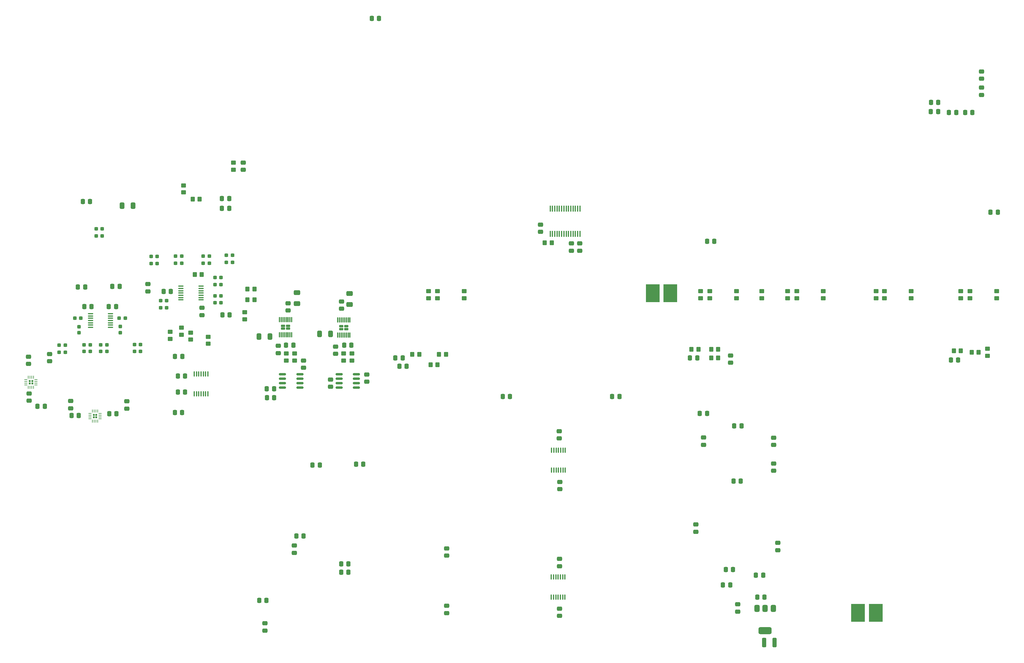
<source format=gbr>
%TF.GenerationSoftware,KiCad,Pcbnew,8.0.5*%
%TF.CreationDate,2024-12-06T02:00:11+01:00*%
%TF.ProjectId,ImpedanceAnalyzer,496d7065-6461-46e6-9365-416e616c797a,rev?*%
%TF.SameCoordinates,Original*%
%TF.FileFunction,Paste,Top*%
%TF.FilePolarity,Positive*%
%FSLAX46Y46*%
G04 Gerber Fmt 4.6, Leading zero omitted, Abs format (unit mm)*
G04 Created by KiCad (PCBNEW 8.0.5) date 2024-12-06 02:00:11*
%MOMM*%
%LPD*%
G01*
G04 APERTURE LIST*
G04 Aperture macros list*
%AMRoundRect*
0 Rectangle with rounded corners*
0 $1 Rounding radius*
0 $2 $3 $4 $5 $6 $7 $8 $9 X,Y pos of 4 corners*
0 Add a 4 corners polygon primitive as box body*
4,1,4,$2,$3,$4,$5,$6,$7,$8,$9,$2,$3,0*
0 Add four circle primitives for the rounded corners*
1,1,$1+$1,$2,$3*
1,1,$1+$1,$4,$5*
1,1,$1+$1,$6,$7*
1,1,$1+$1,$8,$9*
0 Add four rect primitives between the rounded corners*
20,1,$1+$1,$2,$3,$4,$5,0*
20,1,$1+$1,$4,$5,$6,$7,0*
20,1,$1+$1,$6,$7,$8,$9,0*
20,1,$1+$1,$8,$9,$2,$3,0*%
G04 Aperture macros list end*
%ADD10RoundRect,0.145000X-0.145000X-0.145000X0.145000X-0.145000X0.145000X0.145000X-0.145000X0.145000X0*%
%ADD11RoundRect,0.062500X-0.375000X-0.062500X0.375000X-0.062500X0.375000X0.062500X-0.375000X0.062500X0*%
%ADD12RoundRect,0.062500X-0.062500X-0.375000X0.062500X-0.375000X0.062500X0.375000X-0.062500X0.375000X0*%
%ADD13RoundRect,0.250000X-0.475000X0.337500X-0.475000X-0.337500X0.475000X-0.337500X0.475000X0.337500X0*%
%ADD14RoundRect,0.250000X0.337500X0.475000X-0.337500X0.475000X-0.337500X-0.475000X0.337500X-0.475000X0*%
%ADD15RoundRect,0.250000X0.475000X-0.337500X0.475000X0.337500X-0.475000X0.337500X-0.475000X-0.337500X0*%
%ADD16RoundRect,0.250000X-0.412500X-0.650000X0.412500X-0.650000X0.412500X0.650000X-0.412500X0.650000X0*%
%ADD17RoundRect,0.250000X0.650000X-0.412500X0.650000X0.412500X-0.650000X0.412500X-0.650000X-0.412500X0*%
%ADD18RoundRect,0.250000X-0.337500X-0.475000X0.337500X-0.475000X0.337500X0.475000X-0.337500X0.475000X0*%
%ADD19RoundRect,0.375000X-0.375000X0.625000X-0.375000X-0.625000X0.375000X-0.625000X0.375000X0.625000X0*%
%ADD20RoundRect,0.500000X-1.400000X0.500000X-1.400000X-0.500000X1.400000X-0.500000X1.400000X0.500000X0*%
%ADD21R,4.000000X5.200000*%
%ADD22RoundRect,0.100000X0.637500X0.100000X-0.637500X0.100000X-0.637500X-0.100000X0.637500X-0.100000X0*%
%ADD23RoundRect,0.237500X0.300000X0.237500X-0.300000X0.237500X-0.300000X-0.237500X0.300000X-0.237500X0*%
%ADD24RoundRect,0.250000X0.450000X-0.350000X0.450000X0.350000X-0.450000X0.350000X-0.450000X-0.350000X0*%
%ADD25RoundRect,0.250000X0.350000X0.450000X-0.350000X0.450000X-0.350000X-0.450000X0.350000X-0.450000X0*%
%ADD26RoundRect,0.250000X-0.350000X-0.450000X0.350000X-0.450000X0.350000X0.450000X-0.350000X0.450000X0*%
%ADD27RoundRect,0.237500X-0.300000X-0.237500X0.300000X-0.237500X0.300000X0.237500X-0.300000X0.237500X0*%
%ADD28RoundRect,0.100000X0.100000X-0.637500X0.100000X0.637500X-0.100000X0.637500X-0.100000X-0.637500X0*%
%ADD29RoundRect,0.172500X0.422500X-0.172500X0.422500X0.172500X-0.422500X0.172500X-0.422500X-0.172500X0*%
%ADD30RoundRect,0.075000X0.075000X-0.650000X0.075000X0.650000X-0.075000X0.650000X-0.075000X-0.650000X0*%
%ADD31RoundRect,0.150000X-0.825000X-0.150000X0.825000X-0.150000X0.825000X0.150000X-0.825000X0.150000X0*%
%ADD32RoundRect,0.250000X-0.450000X0.350000X-0.450000X-0.350000X0.450000X-0.350000X0.450000X0.350000X0*%
%ADD33RoundRect,0.100000X-0.637500X-0.100000X0.637500X-0.100000X0.637500X0.100000X-0.637500X0.100000X0*%
%ADD34RoundRect,0.100000X-0.100000X0.637500X-0.100000X-0.637500X0.100000X-0.637500X0.100000X0.637500X0*%
%ADD35RoundRect,0.237500X0.237500X-0.300000X0.237500X0.300000X-0.237500X0.300000X-0.237500X-0.300000X0*%
%ADD36R,0.450000X1.750000*%
%ADD37RoundRect,0.250000X-0.325000X-1.100000X0.325000X-1.100000X0.325000X1.100000X-0.325000X1.100000X0*%
%ADD38RoundRect,0.250000X0.412500X0.650000X-0.412500X0.650000X-0.412500X-0.650000X0.412500X-0.650000X0*%
%ADD39RoundRect,0.237500X-0.237500X0.300000X-0.237500X-0.300000X0.237500X-0.300000X0.237500X0.300000X0*%
%ADD40RoundRect,0.145000X0.145000X-0.145000X0.145000X0.145000X-0.145000X0.145000X-0.145000X-0.145000X0*%
%ADD41RoundRect,0.062500X0.062500X-0.375000X0.062500X0.375000X-0.062500X0.375000X-0.062500X-0.375000X0*%
%ADD42RoundRect,0.062500X0.375000X-0.062500X0.375000X0.062500X-0.375000X0.062500X-0.375000X-0.062500X0*%
G04 APERTURE END LIST*
D10*
%TO.C,U35*%
X39060000Y-168640000D03*
X39060000Y-169360000D03*
X39780000Y-168640000D03*
X39780000Y-169360000D03*
D11*
X37982500Y-168250000D03*
X37982500Y-168750000D03*
X37982500Y-169250000D03*
X37982500Y-169750000D03*
D12*
X38670000Y-170437500D03*
X39170000Y-170437500D03*
X39670000Y-170437500D03*
X40170000Y-170437500D03*
D11*
X40857500Y-169750000D03*
X40857500Y-169250000D03*
X40857500Y-168750000D03*
X40857500Y-168250000D03*
D12*
X40170000Y-167562500D03*
X39670000Y-167562500D03*
X39170000Y-167562500D03*
X38670000Y-167562500D03*
%TD*%
D13*
%TO.C,C22*%
X135130000Y-166785000D03*
X135130000Y-168860000D03*
%TD*%
D14*
%TO.C,C175*%
X229367500Y-162060000D03*
X227292500Y-162060000D03*
%TD*%
D15*
%TO.C,C127*%
X190110000Y-235677500D03*
X190110000Y-233602500D03*
%TD*%
D14*
%TO.C,C79*%
X54882500Y-141850000D03*
X52807500Y-141850000D03*
%TD*%
D16*
%TO.C,C9*%
X121687500Y-155250000D03*
X124812500Y-155250000D03*
%TD*%
D17*
%TO.C,C86*%
X130250000Y-146812500D03*
X130250000Y-143687500D03*
%TD*%
D18*
%TO.C,C173*%
X312962500Y-120500000D03*
X315037500Y-120500000D03*
%TD*%
%TO.C,C62*%
X77220000Y-143150000D03*
X79295000Y-143150000D03*
%TD*%
D19*
%TO.C,U28*%
X251030000Y-233560000D03*
X248730000Y-233560000D03*
D20*
X248730000Y-239860000D03*
D19*
X246430000Y-233560000D03*
%TD*%
D21*
%TO.C,GND_LINK2*%
X280250000Y-234800000D03*
X275200000Y-234800000D03*
%TD*%
D22*
%TO.C,U8*%
X87920000Y-145500000D03*
X87920000Y-144850000D03*
X87920000Y-144200000D03*
X87920000Y-143550000D03*
X87920000Y-142900000D03*
X87920000Y-142250000D03*
X87920000Y-141600000D03*
X82195000Y-141600000D03*
X82195000Y-142250000D03*
X82195000Y-142900000D03*
X82195000Y-143550000D03*
X82195000Y-144200000D03*
X82195000Y-144850000D03*
X82195000Y-145500000D03*
%TD*%
D23*
%TO.C,C58*%
X75382500Y-135150000D03*
X73657500Y-135150000D03*
%TD*%
D18*
%TO.C,C139*%
X296000000Y-89200000D03*
X298075000Y-89200000D03*
%TD*%
D15*
%TO.C,C161*%
X44750000Y-163037500D03*
X44750000Y-160962500D03*
%TD*%
D24*
%TO.C,R109*%
X314730000Y-145060000D03*
X314730000Y-143060000D03*
%TD*%
D15*
%TO.C,C170*%
X66750000Y-176537500D03*
X66750000Y-174462500D03*
%TD*%
D25*
%TO.C,R9*%
X88120000Y-138250000D03*
X86120000Y-138250000D03*
%TD*%
D18*
%TO.C,C33*%
X93872500Y-116600000D03*
X95947500Y-116600000D03*
%TD*%
D15*
%TO.C,C176*%
X238900000Y-163437500D03*
X238900000Y-161362500D03*
%TD*%
D24*
%TO.C,R4*%
X114605000Y-162825000D03*
X114605000Y-160825000D03*
%TD*%
D26*
%TO.C,R42*%
X185886250Y-129266250D03*
X187886250Y-129266250D03*
%TD*%
D27*
%TO.C,C55*%
X57995000Y-125250000D03*
X59720000Y-125250000D03*
%TD*%
D28*
%TO.C,U9*%
X85970000Y-172335000D03*
X86620000Y-172335000D03*
X87270000Y-172335000D03*
X87920000Y-172335000D03*
X88570000Y-172335000D03*
X89220000Y-172335000D03*
X89870000Y-172335000D03*
X89870000Y-166610000D03*
X89220000Y-166610000D03*
X88570000Y-166610000D03*
X87920000Y-166610000D03*
X87270000Y-166610000D03*
X86620000Y-166610000D03*
X85970000Y-166610000D03*
%TD*%
D18*
%TO.C,C151*%
X239692500Y-197227677D03*
X241767500Y-197227677D03*
%TD*%
D29*
%TO.C,U2*%
X111295000Y-153735000D03*
X112715000Y-153735000D03*
X111295000Y-152915000D03*
X112715000Y-152915000D03*
D30*
X110255000Y-155475000D03*
X110755000Y-155475000D03*
X111255000Y-155475000D03*
X111755000Y-155475000D03*
X112255000Y-155475000D03*
X112755000Y-155475000D03*
X113255000Y-155475000D03*
X113755000Y-155475000D03*
X113755000Y-151175000D03*
X113255000Y-151175000D03*
X112755000Y-151175000D03*
X112255000Y-151175000D03*
X111755000Y-151175000D03*
X111255000Y-151175000D03*
X110755000Y-151175000D03*
X110255000Y-151175000D03*
%TD*%
D31*
%TO.C,U4*%
X111130000Y-166720000D03*
X111130000Y-167990000D03*
X111130000Y-169260000D03*
X111130000Y-170530000D03*
X116080000Y-170530000D03*
X116080000Y-169260000D03*
X116080000Y-167990000D03*
X116080000Y-166720000D03*
%TD*%
D23*
%TO.C,C52*%
X66307500Y-150695000D03*
X64582500Y-150695000D03*
%TD*%
D13*
%TO.C,C165*%
X38920000Y-172212500D03*
X38920000Y-174287500D03*
%TD*%
D18*
%TO.C,C164*%
X41282500Y-175850000D03*
X43357500Y-175850000D03*
%TD*%
D32*
%TO.C,R16*%
X79120000Y-154650000D03*
X79120000Y-156650000D03*
%TD*%
D24*
%TO.C,R100*%
X265330000Y-145060000D03*
X265330000Y-143060000D03*
%TD*%
D27*
%TO.C,C39*%
X54595000Y-160250000D03*
X56320000Y-160250000D03*
%TD*%
D24*
%TO.C,R17*%
X84920000Y-156850000D03*
X84920000Y-154850000D03*
%TD*%
D27*
%TO.C,C203*%
X57995000Y-127250000D03*
X59720000Y-127250000D03*
%TD*%
D18*
%TO.C,C96*%
X205092500Y-173060000D03*
X207167500Y-173060000D03*
%TD*%
D13*
%TO.C,C50*%
X88197500Y-147772500D03*
X88197500Y-149847500D03*
%TD*%
D33*
%TO.C,U11*%
X56382500Y-149446458D03*
X56382500Y-150096458D03*
X56382500Y-150746458D03*
X56382500Y-151396458D03*
X56382500Y-152046458D03*
X56382500Y-152696458D03*
X56382500Y-153346458D03*
X62107500Y-153346458D03*
X62107500Y-152696458D03*
X62107500Y-152046458D03*
X62107500Y-151396458D03*
X62107500Y-150746458D03*
X62107500Y-150096458D03*
X62107500Y-149446458D03*
%TD*%
D24*
%TO.C,R95*%
X240530000Y-145060000D03*
X240530000Y-143060000D03*
%TD*%
D27*
%TO.C,C208*%
X88517500Y-135070000D03*
X90242500Y-135070000D03*
%TD*%
%TO.C,C53*%
X59320000Y-160250000D03*
X61045000Y-160250000D03*
%TD*%
D24*
%TO.C,R2*%
X130930000Y-162825000D03*
X130930000Y-160825000D03*
%TD*%
D16*
%TO.C,C27*%
X65367500Y-118660000D03*
X68492500Y-118660000D03*
%TD*%
D25*
%TO.C,R93*%
X235330000Y-159660000D03*
X233330000Y-159660000D03*
%TD*%
D15*
%TO.C,C152*%
X231130000Y-186865177D03*
X231130000Y-184790177D03*
%TD*%
D13*
%TO.C,C95*%
X195886250Y-129428750D03*
X195886250Y-131503750D03*
%TD*%
D24*
%TO.C,R86*%
X162930000Y-145060000D03*
X162930000Y-143060000D03*
%TD*%
%TO.C,R105*%
X304530000Y-145060000D03*
X304530000Y-143060000D03*
%TD*%
D18*
%TO.C,C211*%
X246455000Y-230310000D03*
X248530000Y-230310000D03*
%TD*%
D24*
%TO.C,R97*%
X230330000Y-145060000D03*
X230330000Y-143060000D03*
%TD*%
D23*
%TO.C,C200*%
X49207500Y-160450000D03*
X47482500Y-160450000D03*
%TD*%
D24*
%TO.C,R87*%
X155330000Y-145060000D03*
X155330000Y-143060000D03*
%TD*%
D18*
%TO.C,C49*%
X93997500Y-149810000D03*
X96072500Y-149810000D03*
%TD*%
D26*
%TO.C,R7*%
X85510000Y-116767677D03*
X87510000Y-116767677D03*
%TD*%
D15*
%TO.C,C126*%
X190110000Y-221477500D03*
X190110000Y-219402500D03*
%TD*%
D26*
%TO.C,R92*%
X227730000Y-159660000D03*
X229730000Y-159660000D03*
%TD*%
D15*
%TO.C,C8*%
X184686250Y-126103750D03*
X184686250Y-124028750D03*
%TD*%
D24*
%TO.C,R98*%
X290330000Y-145060000D03*
X290330000Y-143060000D03*
%TD*%
D18*
%TO.C,C171*%
X61712500Y-178000000D03*
X63787500Y-178000000D03*
%TD*%
D14*
%TO.C,C190*%
X117147500Y-212840000D03*
X115072500Y-212840000D03*
%TD*%
D13*
%TO.C,C182*%
X157900000Y-232792500D03*
X157900000Y-234867500D03*
%TD*%
D34*
%TO.C,U17*%
X191740000Y-188377500D03*
X191090000Y-188377500D03*
X190440000Y-188377500D03*
X189790000Y-188377500D03*
X189140000Y-188377500D03*
X188490000Y-188377500D03*
X187840000Y-188377500D03*
X187840000Y-194102500D03*
X188490000Y-194102500D03*
X189140000Y-194102500D03*
X189790000Y-194102500D03*
X190440000Y-194102500D03*
X191090000Y-194102500D03*
X191740000Y-194102500D03*
%TD*%
D29*
%TO.C,U1*%
X127910000Y-153825000D03*
X129330000Y-153825000D03*
X127910000Y-153005000D03*
X129330000Y-153005000D03*
D30*
X126870000Y-155565000D03*
X127370000Y-155565000D03*
X127870000Y-155565000D03*
X128370000Y-155565000D03*
X128870000Y-155565000D03*
X129370000Y-155565000D03*
X129870000Y-155565000D03*
X130370000Y-155565000D03*
X130370000Y-151265000D03*
X129870000Y-151265000D03*
X129370000Y-151265000D03*
X128870000Y-151265000D03*
X128370000Y-151265000D03*
X127870000Y-151265000D03*
X127370000Y-151265000D03*
X126870000Y-151265000D03*
%TD*%
D27*
%TO.C,C56*%
X76395000Y-145750000D03*
X78120000Y-145750000D03*
%TD*%
D14*
%TO.C,C196*%
X106547500Y-231240000D03*
X104472500Y-231240000D03*
%TD*%
D32*
%TO.C,R8*%
X82930000Y-112860000D03*
X82930000Y-114860000D03*
%TD*%
D25*
%TO.C,R94*%
X235330000Y-162060000D03*
X233330000Y-162060000D03*
%TD*%
D15*
%TO.C,C162*%
X38750000Y-163787500D03*
X38750000Y-161712500D03*
%TD*%
D14*
%TO.C,C141*%
X298037500Y-91800000D03*
X295962500Y-91800000D03*
%TD*%
D24*
%TO.C,R99*%
X282730000Y-145060000D03*
X282730000Y-143060000D03*
%TD*%
D13*
%TO.C,C147*%
X251130000Y-192185000D03*
X251130000Y-194260000D03*
%TD*%
D27*
%TO.C,C54*%
X68920000Y-160250000D03*
X70645000Y-160250000D03*
%TD*%
D18*
%TO.C,C149*%
X239892500Y-181427677D03*
X241967500Y-181427677D03*
%TD*%
D14*
%TO.C,C134*%
X234237500Y-128800000D03*
X232162500Y-128800000D03*
%TD*%
D27*
%TO.C,C207*%
X95137500Y-134810000D03*
X96862500Y-134810000D03*
%TD*%
D13*
%TO.C,C5*%
X109930000Y-158622500D03*
X109930000Y-160697500D03*
%TD*%
D18*
%TO.C,C31*%
X80482500Y-161650000D03*
X82557500Y-161650000D03*
%TD*%
D25*
%TO.C,R108*%
X309610000Y-160460000D03*
X307610000Y-160460000D03*
%TD*%
D35*
%TO.C,C38*%
X53120000Y-154912500D03*
X53120000Y-153187500D03*
%TD*%
D14*
%TO.C,C153*%
X307807500Y-92030000D03*
X305732500Y-92030000D03*
%TD*%
D32*
%TO.C,R19*%
X97110000Y-106400000D03*
X97110000Y-108400000D03*
%TD*%
D31*
%TO.C,U3*%
X127255000Y-166720000D03*
X127255000Y-167990000D03*
X127255000Y-169260000D03*
X127255000Y-170530000D03*
X132205000Y-170530000D03*
X132205000Y-169260000D03*
X132205000Y-167990000D03*
X132205000Y-166720000D03*
%TD*%
D36*
%TO.C,U6*%
X195911250Y-119466250D03*
X195261250Y-119466250D03*
X194611250Y-119466250D03*
X193961250Y-119466250D03*
X193311250Y-119466250D03*
X192661250Y-119466250D03*
X192011250Y-119466250D03*
X191361250Y-119466250D03*
X190711250Y-119466250D03*
X190061250Y-119466250D03*
X189411250Y-119466250D03*
X188761250Y-119466250D03*
X188111250Y-119466250D03*
X187461250Y-119466250D03*
X187461250Y-126666250D03*
X188111250Y-126666250D03*
X188761250Y-126666250D03*
X189411250Y-126666250D03*
X190061250Y-126666250D03*
X190711250Y-126666250D03*
X191361250Y-126666250D03*
X192011250Y-126666250D03*
X192661250Y-126666250D03*
X193311250Y-126666250D03*
X193961250Y-126666250D03*
X194611250Y-126666250D03*
X195261250Y-126666250D03*
X195911250Y-126666250D03*
%TD*%
D37*
%TO.C,C212*%
X248455000Y-243260000D03*
X251405000Y-243260000D03*
%TD*%
D18*
%TO.C,C64*%
X106692500Y-173460000D03*
X108767500Y-173460000D03*
%TD*%
D14*
%TO.C,C192*%
X134165000Y-192402500D03*
X132090000Y-192402500D03*
%TD*%
%TO.C,C97*%
X175967500Y-173060000D03*
X173892500Y-173060000D03*
%TD*%
D18*
%TO.C,C156*%
X246092500Y-224060000D03*
X248167500Y-224060000D03*
%TD*%
D15*
%TO.C,C167*%
X50720000Y-176450000D03*
X50720000Y-174375000D03*
%TD*%
D14*
%TO.C,C174*%
X145367500Y-162060000D03*
X143292500Y-162060000D03*
%TD*%
D13*
%TO.C,C188*%
X114510000Y-215602500D03*
X114510000Y-217677500D03*
%TD*%
D15*
%TO.C,C148*%
X251130000Y-186897500D03*
X251130000Y-184822500D03*
%TD*%
D13*
%TO.C,C155*%
X252300000Y-214862500D03*
X252300000Y-216937500D03*
%TD*%
D15*
%TO.C,C87*%
X128000000Y-148037500D03*
X128000000Y-145962500D03*
%TD*%
D18*
%TO.C,C194*%
X119672500Y-192640000D03*
X121747500Y-192640000D03*
%TD*%
D24*
%TO.C,R23*%
X82320000Y-155450000D03*
X82320000Y-153450000D03*
%TD*%
D13*
%TO.C,C6*%
X126255000Y-158822500D03*
X126255000Y-160897500D03*
%TD*%
D23*
%TO.C,C206*%
X93582500Y-139150000D03*
X91857500Y-139150000D03*
%TD*%
D18*
%TO.C,C187*%
X127872500Y-223240000D03*
X129947500Y-223240000D03*
%TD*%
D24*
%TO.C,R104*%
X280330000Y-145060000D03*
X280330000Y-143060000D03*
%TD*%
D18*
%TO.C,C2*%
X112167500Y-158425000D03*
X114242500Y-158425000D03*
%TD*%
D21*
%TO.C,GND_LINK1*%
X216650000Y-143600000D03*
X221700000Y-143600000D03*
%TD*%
D25*
%TO.C,R90*%
X157730000Y-161060000D03*
X155730000Y-161060000D03*
%TD*%
D14*
%TO.C,C75*%
X83357500Y-171810000D03*
X81282500Y-171810000D03*
%TD*%
D18*
%TO.C,C157*%
X236692500Y-226827677D03*
X238767500Y-226827677D03*
%TD*%
D23*
%TO.C,C19*%
X53645000Y-150695000D03*
X51920000Y-150695000D03*
%TD*%
%TO.C,C40*%
X93582500Y-141150000D03*
X91857500Y-141150000D03*
%TD*%
D27*
%TO.C,C205*%
X91857500Y-146350000D03*
X93582500Y-146350000D03*
%TD*%
D13*
%TO.C,C186*%
X157900000Y-216392500D03*
X157900000Y-218467500D03*
%TD*%
D14*
%TO.C,C30*%
X82520000Y-177650000D03*
X80445000Y-177650000D03*
%TD*%
D32*
%TO.C,R110*%
X312130000Y-159460000D03*
X312130000Y-161460000D03*
%TD*%
D18*
%TO.C,C71*%
X93872500Y-119400000D03*
X95947500Y-119400000D03*
%TD*%
D13*
%TO.C,C138*%
X310400000Y-80362500D03*
X310400000Y-82437500D03*
%TD*%
D27*
%TO.C,C37*%
X95137500Y-132810000D03*
X96862500Y-132810000D03*
%TD*%
D14*
%TO.C,C82*%
X63682500Y-147450000D03*
X61607500Y-147450000D03*
%TD*%
D18*
%TO.C,C189*%
X127872500Y-220840000D03*
X129947500Y-220840000D03*
%TD*%
D38*
%TO.C,C11*%
X107562500Y-156000000D03*
X104437500Y-156000000D03*
%TD*%
D14*
%TO.C,C26*%
X56247500Y-117460000D03*
X54172500Y-117460000D03*
%TD*%
D15*
%TO.C,C121*%
X190190000Y-199515000D03*
X190190000Y-197440000D03*
%TD*%
D24*
%TO.C,R88*%
X152730000Y-145060000D03*
X152730000Y-143060000D03*
%TD*%
D18*
%TO.C,C59*%
X301692500Y-162660000D03*
X303767500Y-162660000D03*
%TD*%
D27*
%TO.C,C201*%
X59320000Y-158340000D03*
X61045000Y-158340000D03*
%TD*%
D39*
%TO.C,C51*%
X64920000Y-153125000D03*
X64920000Y-154850000D03*
%TD*%
D25*
%TO.C,R11*%
X103120000Y-142450000D03*
X101120000Y-142450000D03*
%TD*%
%TO.C,R91*%
X150130000Y-161060000D03*
X148130000Y-161060000D03*
%TD*%
D27*
%TO.C,C209*%
X80655000Y-135070000D03*
X82380000Y-135070000D03*
%TD*%
D25*
%TO.C,R12*%
X103120000Y-145450000D03*
X101120000Y-145450000D03*
%TD*%
D14*
%TO.C,C177*%
X146530000Y-164460000D03*
X144455000Y-164460000D03*
%TD*%
D13*
%TO.C,C65*%
X124855000Y-168222500D03*
X124855000Y-170297500D03*
%TD*%
D15*
%TO.C,C85*%
X112730000Y-148537500D03*
X112730000Y-146462500D03*
%TD*%
D40*
%TO.C,U25*%
X57320000Y-179050000D03*
X58040000Y-179050000D03*
X57320000Y-178330000D03*
X58040000Y-178330000D03*
D41*
X56930000Y-180127500D03*
X57430000Y-180127500D03*
X57930000Y-180127500D03*
X58430000Y-180127500D03*
D42*
X59117500Y-179440000D03*
X59117500Y-178940000D03*
X59117500Y-178440000D03*
X59117500Y-177940000D03*
D41*
X58430000Y-177252500D03*
X57930000Y-177252500D03*
X57430000Y-177252500D03*
X56930000Y-177252500D03*
D42*
X56242500Y-177940000D03*
X56242500Y-178440000D03*
X56242500Y-178940000D03*
X56242500Y-179440000D03*
%TD*%
D27*
%TO.C,C57*%
X80655000Y-133070000D03*
X82380000Y-133070000D03*
%TD*%
D15*
%TO.C,C13*%
X117130000Y-164897500D03*
X117130000Y-162822500D03*
%TD*%
D24*
%TO.C,R3*%
X112205000Y-162825000D03*
X112205000Y-160825000D03*
%TD*%
%TO.C,R103*%
X247730000Y-145060000D03*
X247730000Y-143060000D03*
%TD*%
D15*
%TO.C,C120*%
X189990000Y-185040000D03*
X189990000Y-182965000D03*
%TD*%
D18*
%TO.C,C130*%
X136562500Y-65200000D03*
X138637500Y-65200000D03*
%TD*%
%TO.C,C63*%
X106655000Y-170860000D03*
X108730000Y-170860000D03*
%TD*%
D14*
%TO.C,C150*%
X232167500Y-177907677D03*
X230092500Y-177907677D03*
%TD*%
D18*
%TO.C,C76*%
X81282500Y-167210000D03*
X83357500Y-167210000D03*
%TD*%
D14*
%TO.C,C159*%
X239567500Y-222427677D03*
X237492500Y-222427677D03*
%TD*%
D15*
%TO.C,C61*%
X72720000Y-143087500D03*
X72720000Y-141012500D03*
%TD*%
D24*
%TO.C,R107*%
X307130000Y-145060000D03*
X307130000Y-143060000D03*
%TD*%
D18*
%TO.C,C1*%
X128692500Y-158425000D03*
X130767500Y-158425000D03*
%TD*%
D32*
%TO.C,R10*%
X100320000Y-149050000D03*
X100320000Y-151050000D03*
%TD*%
%TO.C,R15*%
X89920000Y-156050000D03*
X89920000Y-158050000D03*
%TD*%
D27*
%TO.C,C199*%
X54595000Y-158340000D03*
X56320000Y-158340000D03*
%TD*%
D26*
%TO.C,R106*%
X302530000Y-160060000D03*
X304530000Y-160060000D03*
%TD*%
D24*
%TO.C,R101*%
X257730000Y-145060000D03*
X257730000Y-143060000D03*
%TD*%
D27*
%TO.C,C204*%
X76395000Y-147750000D03*
X78120000Y-147750000D03*
%TD*%
D18*
%TO.C,C154*%
X301132500Y-92030000D03*
X303207500Y-92030000D03*
%TD*%
D23*
%TO.C,C35*%
X49182500Y-158450000D03*
X47457500Y-158450000D03*
%TD*%
D34*
%TO.C,U14*%
X191660000Y-224577500D03*
X191010000Y-224577500D03*
X190360000Y-224577500D03*
X189710000Y-224577500D03*
X189060000Y-224577500D03*
X188410000Y-224577500D03*
X187760000Y-224577500D03*
X187760000Y-230302500D03*
X188410000Y-230302500D03*
X189060000Y-230302500D03*
X189710000Y-230302500D03*
X190360000Y-230302500D03*
X191010000Y-230302500D03*
X191660000Y-230302500D03*
%TD*%
D25*
%TO.C,R89*%
X155330000Y-164060000D03*
X153330000Y-164060000D03*
%TD*%
D13*
%TO.C,C158*%
X240930000Y-232390177D03*
X240930000Y-234465177D03*
%TD*%
D24*
%TO.C,R1*%
X128530000Y-162825000D03*
X128530000Y-160825000D03*
%TD*%
D27*
%TO.C,C41*%
X88517500Y-133070000D03*
X90242500Y-133070000D03*
%TD*%
D13*
%TO.C,C92*%
X193486250Y-129428750D03*
X193486250Y-131503750D03*
%TD*%
D15*
%TO.C,C160*%
X228930000Y-211665177D03*
X228930000Y-209590177D03*
%TD*%
D27*
%TO.C,C202*%
X68920000Y-158250000D03*
X70645000Y-158250000D03*
%TD*%
D14*
%TO.C,C168*%
X53037500Y-178500000D03*
X50962500Y-178500000D03*
%TD*%
D27*
%TO.C,C36*%
X91857500Y-144350000D03*
X93582500Y-144350000D03*
%TD*%
D14*
%TO.C,C81*%
X56682500Y-147450000D03*
X54607500Y-147450000D03*
%TD*%
D23*
%TO.C,C210*%
X75382500Y-133150000D03*
X73657500Y-133150000D03*
%TD*%
D15*
%TO.C,C198*%
X106110000Y-239877500D03*
X106110000Y-237802500D03*
%TD*%
D24*
%TO.C,R96*%
X232930000Y-145060000D03*
X232930000Y-143060000D03*
%TD*%
D15*
%TO.C,C140*%
X310400000Y-87037500D03*
X310400000Y-84962500D03*
%TD*%
D24*
%TO.C,R102*%
X255130000Y-145060000D03*
X255130000Y-143060000D03*
%TD*%
D17*
%TO.C,C7*%
X115250000Y-146562500D03*
X115250000Y-143437500D03*
%TD*%
D15*
%TO.C,C34*%
X99910000Y-108437500D03*
X99910000Y-106362500D03*
%TD*%
D14*
%TO.C,C80*%
X64682500Y-141650000D03*
X62607500Y-141650000D03*
%TD*%
M02*

</source>
